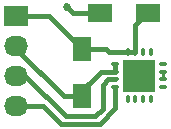
<source format=gtl>
G04 #@! TF.FileFunction,Copper,L1,Top,Signal*
%FSLAX46Y46*%
G04 Gerber Fmt 4.6, Leading zero omitted, Abs format (unit mm)*
G04 Created by KiCad (PCBNEW 4.0.2-stable) date 3/9/2016 7:51:43 PM*
%MOMM*%
G01*
G04 APERTURE LIST*
%ADD10C,0.100000*%
%ADD11R,1.600000X2.000000*%
%ADD12R,2.000000X1.600000*%
%ADD13R,2.032000X1.727200*%
%ADD14O,2.032000X1.727200*%
%ADD15O,0.800000X0.350000*%
%ADD16O,0.350000X0.800000*%
%ADD17R,1.350000X1.350000*%
%ADD18C,0.685800*%
%ADD19C,0.400000*%
%ADD20C,0.250000*%
G04 APERTURE END LIST*
D10*
D11*
X145034000Y-103410000D03*
X145034000Y-107410000D03*
D12*
X146590000Y-100330000D03*
X150590000Y-100330000D03*
D13*
X139446000Y-100584000D03*
D14*
X139446000Y-103124000D03*
X139446000Y-105664000D03*
X139446000Y-108204000D03*
D15*
X147860000Y-104689000D03*
X147860000Y-105339000D03*
X147860000Y-105989000D03*
X147860000Y-106639000D03*
D16*
X148885000Y-107664000D03*
X149535000Y-107664000D03*
X150185000Y-107664000D03*
X150835000Y-107664000D03*
D15*
X151860000Y-106639000D03*
X151860000Y-105989000D03*
X151860000Y-105339000D03*
X151860000Y-104689000D03*
D16*
X150835000Y-103664000D03*
X150185000Y-103664000D03*
X149535000Y-103664000D03*
X148885000Y-103664000D03*
D17*
X150535000Y-106339000D03*
X150535000Y-104989000D03*
X149185000Y-106339000D03*
X149185000Y-104989000D03*
D18*
X143764000Y-99822000D03*
D19*
X145034000Y-103410000D02*
X147098000Y-103410000D01*
X147352000Y-103664000D02*
X148885000Y-103664000D01*
X147098000Y-103410000D02*
X147352000Y-103664000D01*
X148885000Y-103664000D02*
X149535000Y-103664000D01*
X149535000Y-103664000D02*
X149535000Y-101385000D01*
X149535000Y-101385000D02*
X150590000Y-100330000D01*
X139446000Y-100584000D02*
X142208000Y-100584000D01*
X142208000Y-100584000D02*
X145034000Y-103410000D01*
X146590000Y-100330000D02*
X144272000Y-100330000D01*
X144272000Y-100330000D02*
X143764000Y-99822000D01*
X147860000Y-104689000D02*
X147860000Y-105339000D01*
X139446000Y-103124000D02*
X139446000Y-103378000D01*
X139446000Y-103378000D02*
X143478000Y-107410000D01*
X143478000Y-107410000D02*
X144558000Y-107410000D01*
X144558000Y-107410000D02*
X146629000Y-105339000D01*
X146629000Y-105339000D02*
X147860000Y-105339000D01*
X139446000Y-105664000D02*
X140208000Y-105664000D01*
X140208000Y-105664000D02*
X143671998Y-109127998D01*
X143671998Y-109127998D02*
X146142002Y-109127998D01*
X146142002Y-109127998D02*
X146812000Y-108458000D01*
X146812000Y-108458000D02*
X146812000Y-106426000D01*
X146812000Y-106426000D02*
X147249000Y-105989000D01*
X147249000Y-105989000D02*
X147860000Y-105989000D01*
X139446000Y-108204000D02*
X141732000Y-108204000D01*
X147860000Y-108426000D02*
X147860000Y-106639000D01*
X146558000Y-109728000D02*
X147860000Y-108426000D01*
X143256000Y-109728000D02*
X146558000Y-109728000D01*
X141732000Y-108204000D02*
X143256000Y-109728000D01*
D20*
X151860000Y-105989000D02*
X151860000Y-105339000D01*
M02*

</source>
